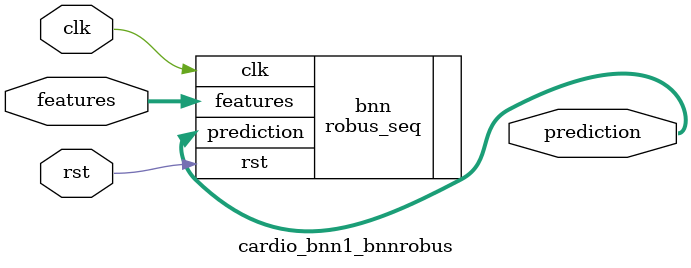
<source format=v>













module cardio_bnn1_bnnrobus #(

parameter FEAT_CNT = 19,
parameter HIDDEN_CNT = 40,
parameter FEAT_BITS = 4,
parameter CLASS_CNT = 3,
parameter TEST_CNT = 1000


  ) (
  input clk,
  input rst,
  input [FEAT_CNT*FEAT_BITS-1:0] features,
  output [$clog2(CLASS_CNT)-1:0] prediction
  );

  localparam Weights0 = 760'b0000011011111100100011101010010000101011000001110111011001000001001000110000111101101000110100100011001000110001010010010100000010100011010111011011101110101010101110011100110100000011000000001011000010110101111110000101100111100000111010111101011100000011110111010000010010010110100011110010111010100010011000001100011000110011100010000001000111001010111001010110100000001000000110000111000100001010011111100000111010111000011011010101001110100100001011101110010000010010101000111101011000101100000000011011101000010000000110011110101001111111001000110000000101001000011000101001101010101011101101011010101100110010001111011001000101101100110001101001000010001110101101101101101110101100101111000110001001010100100101000101011100100101010100111101000110101011 ;
  localparam Weights1 = 120'b101010000001111100000011001000100011100111001011000110110011011101101001101001110100101100111001001101110110000110110011 ;

  robus_seq #(.FEAT_CNT(FEAT_CNT),.FEAT_BITS(FEAT_BITS),.HIDDEN_CNT(HIDDEN_CNT),.CLASS_CNT(CLASS_CNT),.Weights0(Weights0),.Weights1(Weights1)) bnn (
    .clk(clk),
    .rst(rst),
    .features(features),
    .prediction(prediction)
  );

endmodule

</source>
